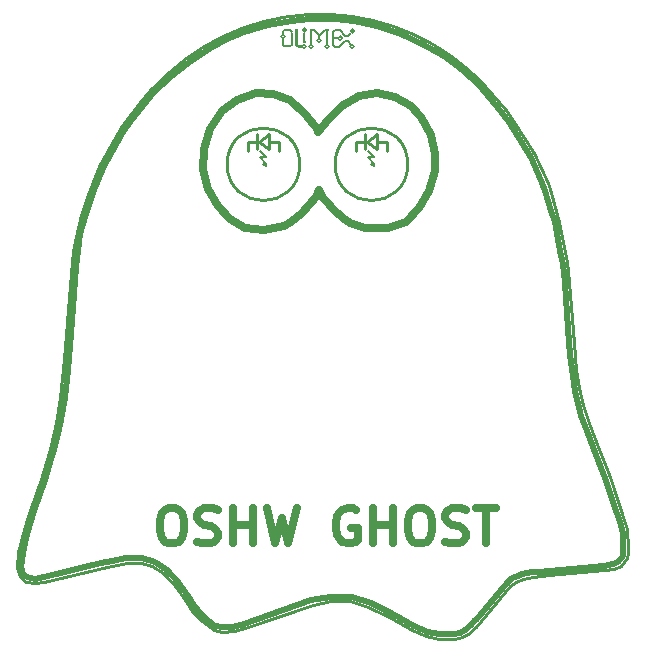
<source format=gbr>
G04 #@! TF.FileFunction,Legend,Top*
%FSLAX46Y46*%
G04 Gerber Fmt 4.6, Leading zero omitted, Abs format (unit mm)*
G04 Created by KiCad (PCBNEW 201610121319+7306~55~ubuntu14.04.1-) date Wed Oct 19 15:16:00 2016*
%MOMM*%
%LPD*%
G01*
G04 APERTURE LIST*
%ADD10C,0.100000*%
%ADD11C,0.650000*%
%ADD12C,0.500000*%
%ADD13C,0.700000*%
%ADD14C,0.254000*%
%ADD15C,0.127000*%
%ADD16C,0.150000*%
%ADD17C,0.200000*%
%ADD18C,0.010000*%
%ADD19C,0.062500*%
%ADD20C,0.012700*%
G04 APERTURE END LIST*
D10*
D11*
X93322857Y-91321142D02*
X93894285Y-91321142D01*
X94180000Y-91464000D01*
X94465714Y-91749714D01*
X94608571Y-92321142D01*
X94608571Y-93321142D01*
X94465714Y-93892571D01*
X94180000Y-94178285D01*
X93894285Y-94321142D01*
X93322857Y-94321142D01*
X93037142Y-94178285D01*
X92751428Y-93892571D01*
X92608571Y-93321142D01*
X92608571Y-92321142D01*
X92751428Y-91749714D01*
X93037142Y-91464000D01*
X93322857Y-91321142D01*
X95751428Y-94178285D02*
X96180000Y-94321142D01*
X96894285Y-94321142D01*
X97180000Y-94178285D01*
X97322857Y-94035428D01*
X97465714Y-93749714D01*
X97465714Y-93464000D01*
X97322857Y-93178285D01*
X97180000Y-93035428D01*
X96894285Y-92892571D01*
X96322857Y-92749714D01*
X96037142Y-92606857D01*
X95894285Y-92464000D01*
X95751428Y-92178285D01*
X95751428Y-91892571D01*
X95894285Y-91606857D01*
X96037142Y-91464000D01*
X96322857Y-91321142D01*
X97037142Y-91321142D01*
X97465714Y-91464000D01*
X98751428Y-94321142D02*
X98751428Y-91321142D01*
X98751428Y-92749714D02*
X100465714Y-92749714D01*
X100465714Y-94321142D02*
X100465714Y-91321142D01*
X101608571Y-91321142D02*
X102322857Y-94321142D01*
X102894285Y-92178285D01*
X103465714Y-94321142D01*
X104180000Y-91321142D01*
X109180000Y-91464000D02*
X108894285Y-91321142D01*
X108465714Y-91321142D01*
X108037142Y-91464000D01*
X107751428Y-91749714D01*
X107608571Y-92035428D01*
X107465714Y-92606857D01*
X107465714Y-93035428D01*
X107608571Y-93606857D01*
X107751428Y-93892571D01*
X108037142Y-94178285D01*
X108465714Y-94321142D01*
X108751428Y-94321142D01*
X109180000Y-94178285D01*
X109322857Y-94035428D01*
X109322857Y-93035428D01*
X108751428Y-93035428D01*
X110608571Y-94321142D02*
X110608571Y-91321142D01*
X110608571Y-92749714D02*
X112322857Y-92749714D01*
X112322857Y-94321142D02*
X112322857Y-91321142D01*
X114322857Y-91321142D02*
X114894285Y-91321142D01*
X115180000Y-91464000D01*
X115465714Y-91749714D01*
X115608571Y-92321142D01*
X115608571Y-93321142D01*
X115465714Y-93892571D01*
X115180000Y-94178285D01*
X114894285Y-94321142D01*
X114322857Y-94321142D01*
X114037142Y-94178285D01*
X113751428Y-93892571D01*
X113608571Y-93321142D01*
X113608571Y-92321142D01*
X113751428Y-91749714D01*
X114037142Y-91464000D01*
X114322857Y-91321142D01*
X116751428Y-94178285D02*
X117180000Y-94321142D01*
X117894285Y-94321142D01*
X118180000Y-94178285D01*
X118322857Y-94035428D01*
X118465714Y-93749714D01*
X118465714Y-93464000D01*
X118322857Y-93178285D01*
X118180000Y-93035428D01*
X117894285Y-92892571D01*
X117322857Y-92749714D01*
X117037142Y-92606857D01*
X116894285Y-92464000D01*
X116751428Y-92178285D01*
X116751428Y-91892571D01*
X116894285Y-91606857D01*
X117037142Y-91464000D01*
X117322857Y-91321142D01*
X118037142Y-91321142D01*
X118465714Y-91464000D01*
X119322857Y-91321142D02*
X121037142Y-91321142D01*
X120180000Y-94321142D02*
X120180000Y-91321142D01*
D12*
X105181400Y-49911000D02*
X106426000Y-49911000D01*
X103733600Y-50063400D02*
X105181400Y-49911000D01*
X101727000Y-50419000D02*
X103733600Y-50063400D01*
X99695000Y-51054000D02*
X101727000Y-50419000D01*
X98221800Y-51663600D02*
X99695000Y-51054000D01*
X96697800Y-52476400D02*
X98221800Y-51663600D01*
X95199200Y-53492400D02*
X96697800Y-52476400D01*
X93751400Y-54610000D02*
X95199200Y-53492400D01*
X92100400Y-56108600D02*
X93751400Y-54610000D01*
X90068400Y-58648600D02*
X92100400Y-56108600D01*
X89484200Y-59512200D02*
X90068400Y-58648600D01*
X87833200Y-62407800D02*
X89484200Y-59512200D01*
X86995000Y-64414400D02*
X87833200Y-62407800D01*
X86283800Y-66421000D02*
X86995000Y-64414400D01*
X85852000Y-68122800D02*
X86283800Y-66421000D01*
X85445600Y-70942200D02*
X85852000Y-68122800D01*
X85039200Y-76581000D02*
X85445600Y-70942200D01*
X84759800Y-79654400D02*
X85039200Y-76581000D01*
X84531200Y-82042000D02*
X84759800Y-79654400D01*
X84124800Y-84277200D02*
X84531200Y-82042000D01*
X83591400Y-86461600D02*
X84124800Y-84277200D01*
X83362800Y-87198200D02*
X83591400Y-86461600D01*
X82829400Y-89001600D02*
X83362800Y-87198200D01*
X81940400Y-91617800D02*
X82829400Y-89001600D01*
X81305400Y-93548200D02*
X81940400Y-91617800D01*
X80949800Y-95173800D02*
X81305400Y-93548200D01*
X80848200Y-96342200D02*
X80949800Y-95173800D01*
X81000600Y-96951800D02*
X80848200Y-96342200D01*
X81356200Y-97205800D02*
X81000600Y-96951800D01*
X82042000Y-97307400D02*
X81356200Y-97205800D01*
X83134200Y-97104200D02*
X82042000Y-97307400D01*
X87604600Y-96012000D02*
X83134200Y-97104200D01*
X88493600Y-95834200D02*
X87604600Y-96012000D01*
X89738200Y-95605600D02*
X88493600Y-95834200D01*
X91033600Y-95605600D02*
X89738200Y-95605600D01*
X92125800Y-95885000D02*
X91033600Y-95605600D01*
X92430600Y-96088200D02*
X92125800Y-95885000D01*
X93167200Y-96596200D02*
X92430600Y-96088200D01*
X94081600Y-97637600D02*
X93167200Y-96596200D01*
X94919800Y-98755200D02*
X94081600Y-97637600D01*
X95554800Y-99745800D02*
X94919800Y-98755200D01*
X96418400Y-100634800D02*
X95554800Y-99745800D01*
X97282000Y-101295200D02*
X96418400Y-100634800D01*
X97891600Y-101447600D02*
X97282000Y-101295200D01*
X98780600Y-101371400D02*
X97891600Y-101447600D01*
X99669600Y-101168200D02*
X98780600Y-101371400D01*
X101854000Y-100406200D02*
X99669600Y-101168200D01*
X105384600Y-99161600D02*
X101854000Y-100406200D01*
X105841800Y-99060000D02*
X105384600Y-99161600D01*
X107086400Y-98831400D02*
X105841800Y-99060000D01*
X107569000Y-98831400D02*
X107086400Y-98831400D01*
X108839000Y-98882200D02*
X107569000Y-98831400D01*
X110439200Y-99415600D02*
X108839000Y-98882200D01*
X112141000Y-100253800D02*
X110439200Y-99415600D01*
X112877600Y-100660200D02*
X112141000Y-100253800D01*
X114122200Y-101346000D02*
X112877600Y-100660200D01*
X115239800Y-101828600D02*
X114122200Y-101346000D01*
X116179600Y-102031800D02*
X115239800Y-101828600D01*
X117475000Y-102031800D02*
X116179600Y-102031800D01*
X117983000Y-101904800D02*
X117475000Y-102031800D01*
X118414800Y-101676200D02*
X117983000Y-101904800D01*
X118897400Y-101244400D02*
X118414800Y-101676200D01*
X119278400Y-100838000D02*
X118897400Y-101244400D01*
X121945400Y-97688400D02*
X119303800Y-100812600D01*
X122428000Y-97282000D02*
X121945400Y-97688400D01*
X122859800Y-97078800D02*
X122428000Y-97282000D01*
X123266200Y-96926400D02*
X122859800Y-97078800D01*
X124104400Y-96774000D02*
X123266200Y-96926400D01*
X124714000Y-96723200D02*
X124104400Y-96774000D01*
X130149600Y-96240600D02*
X124714000Y-96723200D01*
X130937000Y-96088200D02*
X130149600Y-96240600D01*
X131394200Y-95910400D02*
X130937000Y-96088200D01*
X131749800Y-95402400D02*
X131394200Y-95910400D01*
X131826000Y-95097600D02*
X131749800Y-95402400D01*
X131826000Y-94513400D02*
X131826000Y-95097600D01*
X131775200Y-93421200D02*
X131826000Y-94513400D01*
X131521200Y-92557600D02*
X131775200Y-93421200D01*
X130962400Y-90830400D02*
X131521200Y-92557600D01*
X130302000Y-88823800D02*
X130962400Y-90830400D01*
X129514600Y-86868000D02*
X130302000Y-88823800D01*
X128727200Y-84836000D02*
X129514600Y-86868000D01*
X128270000Y-83515200D02*
X128727200Y-84836000D01*
X127965200Y-82448400D02*
X128270000Y-83540600D01*
X127736600Y-81508600D02*
X127965200Y-82448400D01*
X127609600Y-80721200D02*
X127736600Y-81508600D01*
X127330200Y-78359000D02*
X127609600Y-80721200D01*
X127152400Y-76174600D02*
X127330200Y-78359000D01*
X126847600Y-72288400D02*
X127152400Y-76174600D01*
X126669800Y-70662800D02*
X126847600Y-72288400D01*
X126466600Y-69570600D02*
X126669800Y-70662800D01*
X126009400Y-67157600D02*
X126466600Y-69570600D01*
X125730000Y-66217800D02*
X126009400Y-67157600D01*
X125222000Y-64490600D02*
X125730000Y-66217800D01*
X124968000Y-63830200D02*
X125222000Y-64490600D01*
X123875800Y-61468000D02*
X124968000Y-63830200D01*
X122123200Y-58623200D02*
X123901200Y-61493400D01*
X121234200Y-57480200D02*
X122123200Y-58623200D01*
X119481600Y-55448200D02*
X121234200Y-57480200D01*
X117957600Y-54076600D02*
X119481600Y-55448200D01*
X116611400Y-53086000D02*
X117957600Y-54076600D01*
X114935000Y-52095400D02*
X116611400Y-53086000D01*
X113004600Y-51181000D02*
X114935000Y-52095400D01*
X110921800Y-50495200D02*
X113004600Y-51181000D01*
X108991400Y-50114200D02*
X110921800Y-50495200D01*
X107467400Y-49936400D02*
X108991400Y-50114200D01*
X106680000Y-49911000D02*
X107467400Y-49936400D01*
X106172000Y-49911000D02*
X106680000Y-49911000D01*
D13*
X109448600Y-56464200D02*
X108026200Y-57277000D01*
X110921800Y-56159400D02*
X109448600Y-56464200D01*
X112445800Y-56515000D02*
X110921800Y-56159400D01*
X113817400Y-57327800D02*
X112445800Y-56515000D01*
X114706400Y-58242200D02*
X113817400Y-57327800D01*
X115493800Y-59766200D02*
X114706400Y-58242200D01*
X115849400Y-61391800D02*
X115493800Y-59766200D01*
X115849400Y-62814200D02*
X115849400Y-61391800D01*
X115341400Y-64490600D02*
X115849400Y-62814200D01*
X114554000Y-65963800D02*
X115341400Y-64490600D01*
X113385600Y-67106800D02*
X114554000Y-65963800D01*
X111861600Y-67640200D02*
X113385600Y-67106800D01*
X110413800Y-67665600D02*
X111861600Y-67640200D01*
X109931200Y-67614800D02*
X110413800Y-67665600D01*
X108686600Y-67208400D02*
X109931200Y-67614800D01*
X108077000Y-66802000D02*
X108686600Y-67208400D01*
X107315000Y-66090800D02*
X108077000Y-66802000D01*
X106730800Y-65430400D02*
X107315000Y-66090800D01*
X106400600Y-65074800D02*
X106730800Y-65430400D01*
X106045000Y-64414400D02*
X106400600Y-65074800D01*
X105816400Y-64998600D02*
X106045000Y-64414400D01*
X104622600Y-66319400D02*
X105816400Y-64998600D01*
X103657400Y-67132200D02*
X104622600Y-66319400D01*
X103047800Y-67462400D02*
X103657400Y-67132200D01*
X101371400Y-67767200D02*
X103047800Y-67462400D01*
X99822000Y-67614800D02*
X101371400Y-67767200D01*
X98475800Y-66852800D02*
X99822000Y-67614800D01*
X97485200Y-65786000D02*
X98475800Y-66852800D01*
X96647000Y-64338200D02*
X97485200Y-65786000D01*
X96215200Y-62738000D02*
X96647000Y-64338200D01*
X96316800Y-60909200D02*
X96215200Y-62738000D01*
X96824800Y-59258200D02*
X96316800Y-60909200D01*
X97866200Y-57734200D02*
X96824800Y-59258200D01*
X99110800Y-56769000D02*
X97866200Y-57734200D01*
X100711000Y-56235600D02*
X99110800Y-56769000D01*
X102133400Y-56261000D02*
X100711000Y-56235600D01*
X103606600Y-56819800D02*
X102133400Y-56261000D01*
X104902000Y-57962800D02*
X103606600Y-56819800D01*
X106019600Y-59410600D02*
X104902000Y-57962800D01*
X107619800Y-57632600D02*
X108051600Y-57251600D01*
X106807000Y-58445400D02*
X107619800Y-57632600D01*
X105994200Y-59461400D02*
X106807000Y-58445400D01*
D14*
X121843800Y-57607200D02*
X120142000Y-55626000D01*
X122580400Y-58623200D02*
X121843800Y-57607200D01*
X124231400Y-61315600D02*
X122580400Y-58623200D01*
X125399800Y-63855600D02*
X124231400Y-61315600D01*
X125577600Y-64363600D02*
X125399800Y-63855600D01*
X126390400Y-67106800D02*
X125577600Y-64363600D01*
X127025400Y-70535800D02*
X126390400Y-67106800D01*
X127228600Y-72237600D02*
X127025400Y-70535800D01*
X127635000Y-77343000D02*
X127228600Y-72237600D01*
X127838200Y-79629000D02*
X127635000Y-77343000D01*
X128066800Y-81178400D02*
X127838200Y-79629000D01*
X128397000Y-82626200D02*
X128066800Y-81178400D01*
X128879600Y-84150200D02*
X128397000Y-82626200D01*
X129387600Y-85471000D02*
X128879600Y-84150200D01*
X130683000Y-88747600D02*
X129387600Y-85471000D01*
X132105400Y-93116400D02*
X130683000Y-88747600D01*
X132156200Y-93395800D02*
X132105400Y-93116400D01*
X132207000Y-94437200D02*
X132156200Y-93395800D01*
X132207000Y-95123000D02*
X132207000Y-94437200D01*
X132105400Y-95580200D02*
X132207000Y-95123000D01*
X131622800Y-96240600D02*
X132105400Y-95580200D01*
X131038600Y-96469200D02*
X131622800Y-96240600D01*
X130200400Y-96621600D02*
X131038600Y-96469200D01*
X125552200Y-97028000D02*
X130200400Y-96621600D01*
X124180600Y-97155000D02*
X125552200Y-97028000D01*
X123317000Y-97307400D02*
X124180600Y-97155000D01*
X122732800Y-97561400D02*
X123317000Y-97307400D01*
X122250200Y-97917000D02*
X122732800Y-97561400D01*
X119329200Y-101371400D02*
X122250200Y-97917000D01*
X118643400Y-101981000D02*
X119329200Y-101371400D01*
X118135400Y-102260400D02*
X118643400Y-101981000D01*
X117551200Y-102412800D02*
X118135400Y-102260400D01*
X117221000Y-102412800D02*
X117551200Y-102412800D01*
X116179600Y-102412800D02*
X117221000Y-102412800D01*
X115112800Y-102184200D02*
X116179600Y-102412800D01*
X113944400Y-101701600D02*
X115112800Y-102184200D01*
X112141000Y-100685600D02*
X113944400Y-101701600D01*
X110185200Y-99720400D02*
X112141000Y-100685600D01*
X108686600Y-99237800D02*
X110185200Y-99720400D01*
X107086400Y-99212400D02*
X108686600Y-99237800D01*
X105511600Y-99517200D02*
X107086400Y-99212400D01*
X99796600Y-101523800D02*
X105511600Y-99517200D01*
X98831400Y-101752400D02*
X99796600Y-101523800D01*
X97866200Y-101828600D02*
X98831400Y-101752400D01*
X97129600Y-101650800D02*
X97866200Y-101828600D01*
X96164400Y-100939600D02*
X97129600Y-101650800D01*
X95300800Y-100025200D02*
X96164400Y-100939600D01*
X94691200Y-99110800D02*
X95300800Y-100025200D01*
X93903800Y-98018600D02*
X94691200Y-99110800D01*
X93091000Y-97078800D02*
X93903800Y-98018600D01*
X92811600Y-96799400D02*
X93091000Y-97078800D01*
X91922600Y-96215200D02*
X92811600Y-96799400D01*
X90957400Y-95986600D02*
X91922600Y-96215200D01*
X89763600Y-95986600D02*
X90957400Y-95986600D01*
X88087200Y-96291400D02*
X89763600Y-95986600D01*
X82753200Y-97586800D02*
X88087200Y-96291400D01*
X82042000Y-97688400D02*
X82753200Y-97586800D01*
X81229200Y-97561400D02*
X82042000Y-97688400D01*
X80721200Y-97205800D02*
X81229200Y-97561400D01*
X80467200Y-96393000D02*
X80721200Y-97205800D01*
X80568800Y-95097600D02*
X80467200Y-96393000D01*
X80949800Y-93421200D02*
X80568800Y-95097600D01*
X81407000Y-92049600D02*
X80949800Y-93421200D01*
X82473800Y-88849200D02*
X81407000Y-92049600D01*
X83235800Y-86334600D02*
X82473800Y-88849200D01*
X83769200Y-84150200D02*
X83235800Y-86334600D01*
X84150200Y-81965800D02*
X83769200Y-84150200D01*
X84328000Y-80289400D02*
X84150200Y-81965800D01*
X84480400Y-78740000D02*
X84328000Y-80289400D01*
X85013800Y-71424800D02*
X84480400Y-78740000D01*
X85242400Y-69570600D02*
X85013800Y-71424800D01*
X85521800Y-67945000D02*
X85242400Y-69570600D01*
X85877400Y-66522600D02*
X85521800Y-67945000D01*
X86385400Y-64973200D02*
X85877400Y-66522600D01*
X87426800Y-62382400D02*
X86385400Y-64973200D01*
X89281000Y-59080400D02*
X87426800Y-62382400D01*
X90932000Y-56972200D02*
X89281000Y-59080400D01*
X91770200Y-55930800D02*
X90932000Y-56972200D01*
X93218000Y-54584600D02*
X91770200Y-55930800D01*
X120142000Y-55626000D02*
G75*
G03X93218000Y-54610000I-13970000J-12954000D01*
G01*
X102646000Y-60330000D02*
X102646000Y-61130000D01*
X100046000Y-60330000D02*
X100046000Y-61130000D01*
D15*
X101600000Y-62230000D02*
X101600000Y-62357000D01*
X101600000Y-62357000D02*
X101473000Y-62230000D01*
X101092000Y-61087000D02*
X101600000Y-61595000D01*
X101600000Y-61595000D02*
X101092000Y-61595000D01*
X101092000Y-61595000D02*
X101600000Y-62230000D01*
X101600000Y-62230000D02*
X101600000Y-62103000D01*
X101600000Y-62103000D02*
X101346000Y-62230000D01*
X101346000Y-62230000D02*
X101600000Y-62357000D01*
D14*
X101854000Y-60325000D02*
X102616000Y-60325000D01*
X100076000Y-60325000D02*
X100838000Y-60325000D01*
X100838000Y-60960000D02*
X100838000Y-59690000D01*
X101854000Y-59690000D02*
X101854000Y-60960000D01*
X101854000Y-60960000D02*
X100965000Y-60325000D01*
X100965000Y-60325000D02*
X101854000Y-59690000D01*
X104417720Y-62230000D02*
G75*
G03X104417720Y-62230000I-3071720J0D01*
G01*
X113561720Y-62230000D02*
G75*
G03X113561720Y-62230000I-3071720J0D01*
G01*
X110109000Y-60325000D02*
X110998000Y-59690000D01*
X110998000Y-60960000D02*
X110109000Y-60325000D01*
X110998000Y-59690000D02*
X110998000Y-60960000D01*
X109982000Y-60960000D02*
X109982000Y-59690000D01*
X109220000Y-60325000D02*
X109982000Y-60325000D01*
X110998000Y-60325000D02*
X111760000Y-60325000D01*
D15*
X110490000Y-62230000D02*
X110744000Y-62357000D01*
X110744000Y-62103000D02*
X110490000Y-62230000D01*
X110744000Y-62230000D02*
X110744000Y-62103000D01*
X110236000Y-61595000D02*
X110744000Y-62230000D01*
X110744000Y-61595000D02*
X110236000Y-61595000D01*
X110236000Y-61087000D02*
X110744000Y-61595000D01*
X110744000Y-62357000D02*
X110617000Y-62230000D01*
X110744000Y-62230000D02*
X110744000Y-62357000D01*
D14*
X109190000Y-60330000D02*
X109190000Y-61130000D01*
X111790000Y-60330000D02*
X111790000Y-61130000D01*
D16*
X103144339Y-51409600D02*
G75*
G03X103144339Y-51409600I-172739J0D01*
G01*
D17*
X103606600Y-50890700D02*
X103759000Y-51041300D01*
X103759000Y-51079400D02*
X103759000Y-52082700D01*
X103619300Y-52247800D02*
X103759000Y-52108100D01*
X102971600Y-51638200D02*
X102971600Y-52082700D01*
X104114600Y-50888900D02*
X104114600Y-52070000D01*
X104114600Y-52070000D02*
X104292400Y-52235100D01*
X104292400Y-52235100D02*
X104571800Y-52235100D01*
D16*
X104973139Y-52247800D02*
G75*
G03X104973139Y-52247800I-172739J0D01*
G01*
D17*
X104800400Y-51104800D02*
X104800400Y-51816000D01*
D16*
X104973139Y-50876200D02*
G75*
G03X104973139Y-50876200I-172739J0D01*
G01*
X105544639Y-52247800D02*
G75*
G03X105544639Y-52247800I-172739J0D01*
G01*
D17*
X105371900Y-52031900D02*
X105371900Y-50863500D01*
X105371900Y-50863500D02*
X105600500Y-50863500D01*
X105600500Y-50863500D02*
X106045000Y-51308000D01*
X106045000Y-51308000D02*
X106045000Y-51511200D01*
X106045000Y-51333400D02*
X106527600Y-50863500D01*
D16*
X106217739Y-51739800D02*
G75*
G03X106217739Y-51739800I-172739J0D01*
G01*
D17*
X106527600Y-50863500D02*
X106743500Y-50863500D01*
X106743500Y-50863500D02*
X106743500Y-51993800D01*
D16*
X106916239Y-52247800D02*
G75*
G03X106916239Y-52247800I-172739J0D01*
G01*
X109049839Y-52260500D02*
G75*
G03X109049839Y-52260500I-172739J0D01*
G01*
D17*
X108762800Y-52095400D02*
X108470700Y-51803300D01*
X108470700Y-51803300D02*
X108280200Y-51803300D01*
X108280200Y-51803300D02*
X107772200Y-52311300D01*
X107772200Y-52311300D02*
X107378500Y-52311300D01*
X107378500Y-52311300D02*
X107213400Y-52133500D01*
X107213400Y-52133500D02*
X107213400Y-51562000D01*
X107213400Y-51066700D02*
X107391200Y-50888900D01*
X107213400Y-51574700D02*
X107213400Y-51066700D01*
X107391200Y-50888900D02*
X107784900Y-50888900D01*
X107784900Y-50888900D02*
X108280200Y-51384200D01*
X108280200Y-51384200D02*
X108483400Y-51384200D01*
X108483400Y-51384200D02*
X108737400Y-51130200D01*
D16*
X109062539Y-50952400D02*
G75*
G03X109062539Y-50952400I-172739J0D01*
G01*
D17*
X107645200Y-51562000D02*
X107213400Y-51562000D01*
D16*
X108021139Y-51562000D02*
G75*
G03X108021139Y-51562000I-172739J0D01*
G01*
D17*
X103124000Y-50888900D02*
X103606600Y-50888900D01*
X102971600Y-51041300D02*
X103124000Y-50888900D01*
X102971600Y-51206400D02*
X102971600Y-51041300D01*
X103124000Y-52247800D02*
X102971600Y-52108100D01*
X103619300Y-52247800D02*
X103124000Y-52247800D01*
D18*
X104013000Y-50787300D02*
X104013000Y-52082700D01*
X104114600Y-50787300D02*
X104013000Y-50787300D01*
X104013000Y-52108100D02*
X104254300Y-52336700D01*
X104013000Y-52095400D02*
X104013000Y-52108100D01*
X104013000Y-52082700D02*
X104013000Y-52095400D01*
X104025700Y-52120800D02*
X104013000Y-52095400D01*
X104254300Y-52336700D02*
X104571800Y-52336700D01*
X104267000Y-52336700D02*
X104254300Y-52324000D01*
X104216200Y-50787300D02*
X104216200Y-52044600D01*
X104114600Y-50787300D02*
X104216200Y-50787300D01*
D19*
X104040940Y-50817780D02*
X104089200Y-50817780D01*
X104137460Y-50820320D02*
X104185720Y-50820320D01*
D20*
X104020620Y-50789840D02*
X104020620Y-50863500D01*
X104206040Y-50789840D02*
X104206040Y-50868580D01*
X104894380Y-51915060D02*
X104703880Y-51915060D01*
X104894380Y-51818540D02*
X104894380Y-51915060D01*
X104703880Y-51915060D02*
X104703880Y-51092100D01*
X104708960Y-51902360D02*
X104891840Y-51902360D01*
X104706420Y-51889660D02*
X104889300Y-51889660D01*
X104706420Y-51876960D02*
X104889300Y-51876960D01*
X104706420Y-51864260D02*
X104891840Y-51864260D01*
X105277920Y-50769520D02*
X105605580Y-50769520D01*
X105277920Y-50866040D02*
X105277920Y-50769520D01*
X105331260Y-50782220D02*
X105285540Y-50782220D01*
X105288080Y-50774600D02*
X105288080Y-50815240D01*
X105290620Y-50794920D02*
X105305860Y-50794920D01*
X106837480Y-50769520D02*
X106837480Y-50866040D01*
X106751120Y-50769520D02*
X106837480Y-50769520D01*
X106791760Y-50779680D02*
X106829860Y-50779680D01*
X106827320Y-50784760D02*
X106827320Y-50815240D01*
X106804460Y-50789840D02*
X106824780Y-50789840D01*
X106819700Y-50787300D02*
X106819700Y-50802540D01*
M02*

</source>
